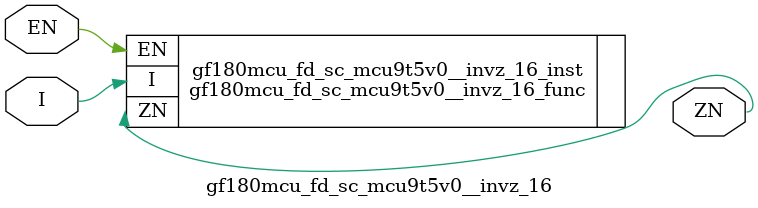
<source format=v>

module gf180mcu_fd_sc_mcu9t5v0__invz_16( EN, I, ZN );
input EN, I;
output ZN;

   `ifdef FUNCTIONAL  //  functional //

	gf180mcu_fd_sc_mcu9t5v0__invz_16_func gf180mcu_fd_sc_mcu9t5v0__invz_16_behav_inst(.EN(EN),.I(I),.ZN(ZN));

   `else

	gf180mcu_fd_sc_mcu9t5v0__invz_16_func gf180mcu_fd_sc_mcu9t5v0__invz_16_inst(.EN(EN),.I(I),.ZN(ZN));

	// spec_gates_begin


	// spec_gates_end



   specify

	// specify_block_begin

	// comb arc EN --> ZN
	 (EN => ZN) = (1.0,1.0);

	// comb arc I --> ZN
	 (I => ZN) = (1.0,1.0);

	// specify_block_end

   endspecify

   `endif

endmodule

</source>
